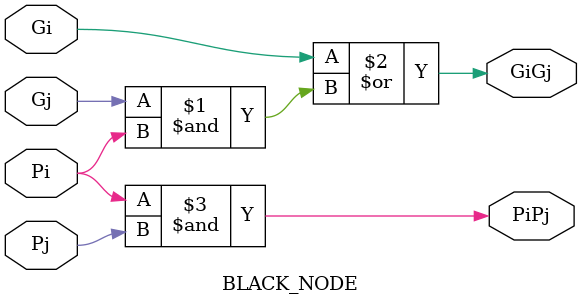
<source format=v>
module BLACK_NODE (
    Gi, Gj, Pi, Pj,
    GiGj, PiPj
);
    input Gi, Gj, Pi, Pj;
    output GiGj, PiPj;
    
    assign GiGj = Gi | (Gj & Pi);
    assign PiPj = Pi & Pj;

endmodule
</source>
